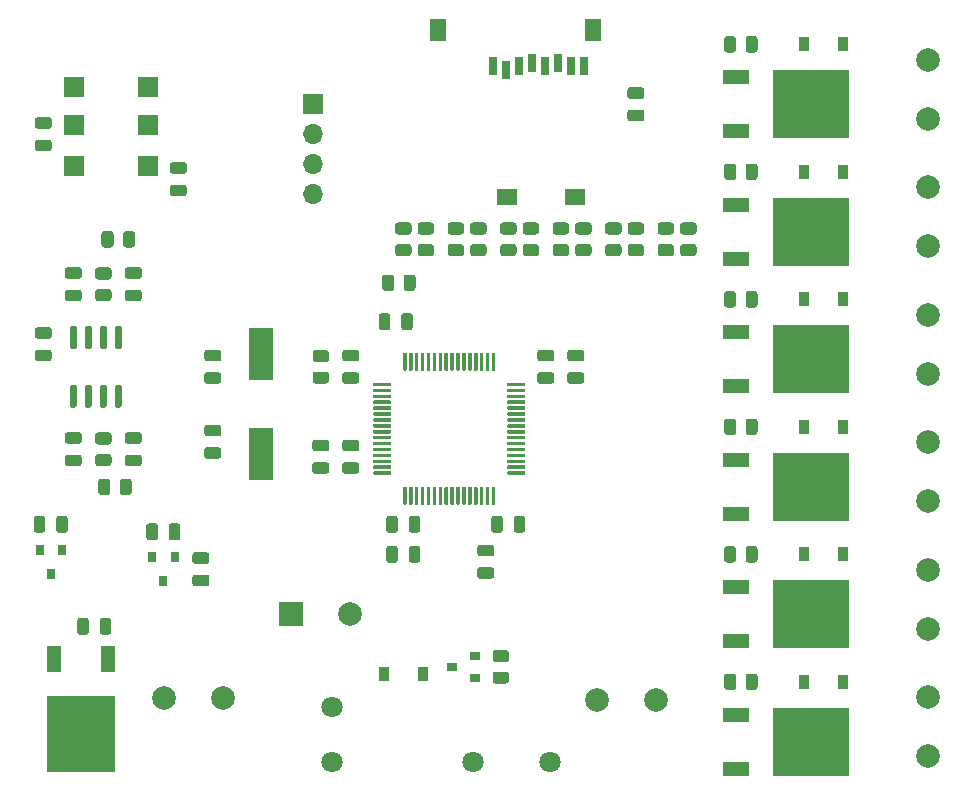
<source format=gts>
G04 #@! TF.GenerationSoftware,KiCad,Pcbnew,5.1.10-88a1d61d58~90~ubuntu20.04.1*
G04 #@! TF.CreationDate,2021-08-15T15:07:41+03:00*
G04 #@! TF.ProjectId,DepremSanat,44657072-656d-4536-916e-61742e6b6963,rev?*
G04 #@! TF.SameCoordinates,Original*
G04 #@! TF.FileFunction,Soldermask,Top*
G04 #@! TF.FilePolarity,Negative*
%FSLAX46Y46*%
G04 Gerber Fmt 4.6, Leading zero omitted, Abs format (unit mm)*
G04 Created by KiCad (PCBNEW 5.1.10-88a1d61d58~90~ubuntu20.04.1) date 2021-08-15 15:07:41*
%MOMM*%
%LPD*%
G01*
G04 APERTURE LIST*
%ADD10R,1.800000X1.400000*%
%ADD11R,1.400000X1.900000*%
%ADD12R,0.800000X1.500000*%
%ADD13R,2.000000X4.500000*%
%ADD14C,1.800000*%
%ADD15R,0.800000X0.900000*%
%ADD16R,5.800000X6.400000*%
%ADD17R,1.200000X2.200000*%
%ADD18R,0.900000X0.800000*%
%ADD19R,6.400000X5.800000*%
%ADD20R,2.200000X1.200000*%
%ADD21C,2.000000*%
%ADD22R,1.800000X1.800000*%
%ADD23O,1.700000X1.700000*%
%ADD24R,1.700000X1.700000*%
%ADD25R,0.900000X1.200000*%
%ADD26R,2.000000X2.000000*%
G04 APERTURE END LIST*
D10*
X147865000Y-71970000D03*
X153565000Y-71970000D03*
D11*
X142015000Y-57820000D03*
X155165000Y-57820000D03*
D12*
X154375000Y-60870000D03*
X153275000Y-60870000D03*
X152175000Y-60670000D03*
X151075000Y-60870000D03*
X149975000Y-60670000D03*
X148875000Y-60870000D03*
X147775000Y-61270000D03*
X146675000Y-60870000D03*
D13*
X127000000Y-93785000D03*
X127000000Y-85285000D03*
D14*
X132990000Y-119825000D03*
X151490000Y-119825000D03*
X144990000Y-119825000D03*
X132990000Y-115125000D03*
D15*
X109220000Y-103870000D03*
X108270000Y-101870000D03*
X110170000Y-101870000D03*
X118745000Y-104505000D03*
X117795000Y-102505000D03*
X119695000Y-102505000D03*
D16*
X111760000Y-117416000D03*
D17*
X109480000Y-111116000D03*
X114040000Y-111116000D03*
G36*
G01*
X111275000Y-84860000D02*
X110975000Y-84860000D01*
G75*
G02*
X110825000Y-84710000I0J150000D01*
G01*
X110825000Y-83060000D01*
G75*
G02*
X110975000Y-82910000I150000J0D01*
G01*
X111275000Y-82910000D01*
G75*
G02*
X111425000Y-83060000I0J-150000D01*
G01*
X111425000Y-84710000D01*
G75*
G02*
X111275000Y-84860000I-150000J0D01*
G01*
G37*
G36*
G01*
X112545000Y-84860000D02*
X112245000Y-84860000D01*
G75*
G02*
X112095000Y-84710000I0J150000D01*
G01*
X112095000Y-83060000D01*
G75*
G02*
X112245000Y-82910000I150000J0D01*
G01*
X112545000Y-82910000D01*
G75*
G02*
X112695000Y-83060000I0J-150000D01*
G01*
X112695000Y-84710000D01*
G75*
G02*
X112545000Y-84860000I-150000J0D01*
G01*
G37*
G36*
G01*
X113815000Y-84860000D02*
X113515000Y-84860000D01*
G75*
G02*
X113365000Y-84710000I0J150000D01*
G01*
X113365000Y-83060000D01*
G75*
G02*
X113515000Y-82910000I150000J0D01*
G01*
X113815000Y-82910000D01*
G75*
G02*
X113965000Y-83060000I0J-150000D01*
G01*
X113965000Y-84710000D01*
G75*
G02*
X113815000Y-84860000I-150000J0D01*
G01*
G37*
G36*
G01*
X115085000Y-84860000D02*
X114785000Y-84860000D01*
G75*
G02*
X114635000Y-84710000I0J150000D01*
G01*
X114635000Y-83060000D01*
G75*
G02*
X114785000Y-82910000I150000J0D01*
G01*
X115085000Y-82910000D01*
G75*
G02*
X115235000Y-83060000I0J-150000D01*
G01*
X115235000Y-84710000D01*
G75*
G02*
X115085000Y-84860000I-150000J0D01*
G01*
G37*
G36*
G01*
X115085000Y-89810000D02*
X114785000Y-89810000D01*
G75*
G02*
X114635000Y-89660000I0J150000D01*
G01*
X114635000Y-88010000D01*
G75*
G02*
X114785000Y-87860000I150000J0D01*
G01*
X115085000Y-87860000D01*
G75*
G02*
X115235000Y-88010000I0J-150000D01*
G01*
X115235000Y-89660000D01*
G75*
G02*
X115085000Y-89810000I-150000J0D01*
G01*
G37*
G36*
G01*
X113815000Y-89810000D02*
X113515000Y-89810000D01*
G75*
G02*
X113365000Y-89660000I0J150000D01*
G01*
X113365000Y-88010000D01*
G75*
G02*
X113515000Y-87860000I150000J0D01*
G01*
X113815000Y-87860000D01*
G75*
G02*
X113965000Y-88010000I0J-150000D01*
G01*
X113965000Y-89660000D01*
G75*
G02*
X113815000Y-89810000I-150000J0D01*
G01*
G37*
G36*
G01*
X112545000Y-89810000D02*
X112245000Y-89810000D01*
G75*
G02*
X112095000Y-89660000I0J150000D01*
G01*
X112095000Y-88010000D01*
G75*
G02*
X112245000Y-87860000I150000J0D01*
G01*
X112545000Y-87860000D01*
G75*
G02*
X112695000Y-88010000I0J-150000D01*
G01*
X112695000Y-89660000D01*
G75*
G02*
X112545000Y-89810000I-150000J0D01*
G01*
G37*
G36*
G01*
X111275000Y-89810000D02*
X110975000Y-89810000D01*
G75*
G02*
X110825000Y-89660000I0J150000D01*
G01*
X110825000Y-88010000D01*
G75*
G02*
X110975000Y-87860000I150000J0D01*
G01*
X111275000Y-87860000D01*
G75*
G02*
X111425000Y-88010000I0J-150000D01*
G01*
X111425000Y-89660000D01*
G75*
G02*
X111275000Y-89810000I-150000J0D01*
G01*
G37*
G36*
G01*
X139050000Y-86635000D02*
X139050000Y-85235000D01*
G75*
G02*
X139125000Y-85160000I75000J0D01*
G01*
X139275000Y-85160000D01*
G75*
G02*
X139350000Y-85235000I0J-75000D01*
G01*
X139350000Y-86635000D01*
G75*
G02*
X139275000Y-86710000I-75000J0D01*
G01*
X139125000Y-86710000D01*
G75*
G02*
X139050000Y-86635000I0J75000D01*
G01*
G37*
G36*
G01*
X139550000Y-86635000D02*
X139550000Y-85235000D01*
G75*
G02*
X139625000Y-85160000I75000J0D01*
G01*
X139775000Y-85160000D01*
G75*
G02*
X139850000Y-85235000I0J-75000D01*
G01*
X139850000Y-86635000D01*
G75*
G02*
X139775000Y-86710000I-75000J0D01*
G01*
X139625000Y-86710000D01*
G75*
G02*
X139550000Y-86635000I0J75000D01*
G01*
G37*
G36*
G01*
X140050000Y-86635000D02*
X140050000Y-85235000D01*
G75*
G02*
X140125000Y-85160000I75000J0D01*
G01*
X140275000Y-85160000D01*
G75*
G02*
X140350000Y-85235000I0J-75000D01*
G01*
X140350000Y-86635000D01*
G75*
G02*
X140275000Y-86710000I-75000J0D01*
G01*
X140125000Y-86710000D01*
G75*
G02*
X140050000Y-86635000I0J75000D01*
G01*
G37*
G36*
G01*
X140550000Y-86635000D02*
X140550000Y-85235000D01*
G75*
G02*
X140625000Y-85160000I75000J0D01*
G01*
X140775000Y-85160000D01*
G75*
G02*
X140850000Y-85235000I0J-75000D01*
G01*
X140850000Y-86635000D01*
G75*
G02*
X140775000Y-86710000I-75000J0D01*
G01*
X140625000Y-86710000D01*
G75*
G02*
X140550000Y-86635000I0J75000D01*
G01*
G37*
G36*
G01*
X141050000Y-86635000D02*
X141050000Y-85235000D01*
G75*
G02*
X141125000Y-85160000I75000J0D01*
G01*
X141275000Y-85160000D01*
G75*
G02*
X141350000Y-85235000I0J-75000D01*
G01*
X141350000Y-86635000D01*
G75*
G02*
X141275000Y-86710000I-75000J0D01*
G01*
X141125000Y-86710000D01*
G75*
G02*
X141050000Y-86635000I0J75000D01*
G01*
G37*
G36*
G01*
X141550000Y-86635000D02*
X141550000Y-85235000D01*
G75*
G02*
X141625000Y-85160000I75000J0D01*
G01*
X141775000Y-85160000D01*
G75*
G02*
X141850000Y-85235000I0J-75000D01*
G01*
X141850000Y-86635000D01*
G75*
G02*
X141775000Y-86710000I-75000J0D01*
G01*
X141625000Y-86710000D01*
G75*
G02*
X141550000Y-86635000I0J75000D01*
G01*
G37*
G36*
G01*
X142050000Y-86635000D02*
X142050000Y-85235000D01*
G75*
G02*
X142125000Y-85160000I75000J0D01*
G01*
X142275000Y-85160000D01*
G75*
G02*
X142350000Y-85235000I0J-75000D01*
G01*
X142350000Y-86635000D01*
G75*
G02*
X142275000Y-86710000I-75000J0D01*
G01*
X142125000Y-86710000D01*
G75*
G02*
X142050000Y-86635000I0J75000D01*
G01*
G37*
G36*
G01*
X142550000Y-86635000D02*
X142550000Y-85235000D01*
G75*
G02*
X142625000Y-85160000I75000J0D01*
G01*
X142775000Y-85160000D01*
G75*
G02*
X142850000Y-85235000I0J-75000D01*
G01*
X142850000Y-86635000D01*
G75*
G02*
X142775000Y-86710000I-75000J0D01*
G01*
X142625000Y-86710000D01*
G75*
G02*
X142550000Y-86635000I0J75000D01*
G01*
G37*
G36*
G01*
X143050000Y-86635000D02*
X143050000Y-85235000D01*
G75*
G02*
X143125000Y-85160000I75000J0D01*
G01*
X143275000Y-85160000D01*
G75*
G02*
X143350000Y-85235000I0J-75000D01*
G01*
X143350000Y-86635000D01*
G75*
G02*
X143275000Y-86710000I-75000J0D01*
G01*
X143125000Y-86710000D01*
G75*
G02*
X143050000Y-86635000I0J75000D01*
G01*
G37*
G36*
G01*
X143550000Y-86635000D02*
X143550000Y-85235000D01*
G75*
G02*
X143625000Y-85160000I75000J0D01*
G01*
X143775000Y-85160000D01*
G75*
G02*
X143850000Y-85235000I0J-75000D01*
G01*
X143850000Y-86635000D01*
G75*
G02*
X143775000Y-86710000I-75000J0D01*
G01*
X143625000Y-86710000D01*
G75*
G02*
X143550000Y-86635000I0J75000D01*
G01*
G37*
G36*
G01*
X144050000Y-86635000D02*
X144050000Y-85235000D01*
G75*
G02*
X144125000Y-85160000I75000J0D01*
G01*
X144275000Y-85160000D01*
G75*
G02*
X144350000Y-85235000I0J-75000D01*
G01*
X144350000Y-86635000D01*
G75*
G02*
X144275000Y-86710000I-75000J0D01*
G01*
X144125000Y-86710000D01*
G75*
G02*
X144050000Y-86635000I0J75000D01*
G01*
G37*
G36*
G01*
X144550000Y-86635000D02*
X144550000Y-85235000D01*
G75*
G02*
X144625000Y-85160000I75000J0D01*
G01*
X144775000Y-85160000D01*
G75*
G02*
X144850000Y-85235000I0J-75000D01*
G01*
X144850000Y-86635000D01*
G75*
G02*
X144775000Y-86710000I-75000J0D01*
G01*
X144625000Y-86710000D01*
G75*
G02*
X144550000Y-86635000I0J75000D01*
G01*
G37*
G36*
G01*
X145050000Y-86635000D02*
X145050000Y-85235000D01*
G75*
G02*
X145125000Y-85160000I75000J0D01*
G01*
X145275000Y-85160000D01*
G75*
G02*
X145350000Y-85235000I0J-75000D01*
G01*
X145350000Y-86635000D01*
G75*
G02*
X145275000Y-86710000I-75000J0D01*
G01*
X145125000Y-86710000D01*
G75*
G02*
X145050000Y-86635000I0J75000D01*
G01*
G37*
G36*
G01*
X145550000Y-86635000D02*
X145550000Y-85235000D01*
G75*
G02*
X145625000Y-85160000I75000J0D01*
G01*
X145775000Y-85160000D01*
G75*
G02*
X145850000Y-85235000I0J-75000D01*
G01*
X145850000Y-86635000D01*
G75*
G02*
X145775000Y-86710000I-75000J0D01*
G01*
X145625000Y-86710000D01*
G75*
G02*
X145550000Y-86635000I0J75000D01*
G01*
G37*
G36*
G01*
X146050000Y-86635000D02*
X146050000Y-85235000D01*
G75*
G02*
X146125000Y-85160000I75000J0D01*
G01*
X146275000Y-85160000D01*
G75*
G02*
X146350000Y-85235000I0J-75000D01*
G01*
X146350000Y-86635000D01*
G75*
G02*
X146275000Y-86710000I-75000J0D01*
G01*
X146125000Y-86710000D01*
G75*
G02*
X146050000Y-86635000I0J75000D01*
G01*
G37*
G36*
G01*
X146550000Y-86635000D02*
X146550000Y-85235000D01*
G75*
G02*
X146625000Y-85160000I75000J0D01*
G01*
X146775000Y-85160000D01*
G75*
G02*
X146850000Y-85235000I0J-75000D01*
G01*
X146850000Y-86635000D01*
G75*
G02*
X146775000Y-86710000I-75000J0D01*
G01*
X146625000Y-86710000D01*
G75*
G02*
X146550000Y-86635000I0J75000D01*
G01*
G37*
G36*
G01*
X147850000Y-87935000D02*
X147850000Y-87785000D01*
G75*
G02*
X147925000Y-87710000I75000J0D01*
G01*
X149325000Y-87710000D01*
G75*
G02*
X149400000Y-87785000I0J-75000D01*
G01*
X149400000Y-87935000D01*
G75*
G02*
X149325000Y-88010000I-75000J0D01*
G01*
X147925000Y-88010000D01*
G75*
G02*
X147850000Y-87935000I0J75000D01*
G01*
G37*
G36*
G01*
X147850000Y-88435000D02*
X147850000Y-88285000D01*
G75*
G02*
X147925000Y-88210000I75000J0D01*
G01*
X149325000Y-88210000D01*
G75*
G02*
X149400000Y-88285000I0J-75000D01*
G01*
X149400000Y-88435000D01*
G75*
G02*
X149325000Y-88510000I-75000J0D01*
G01*
X147925000Y-88510000D01*
G75*
G02*
X147850000Y-88435000I0J75000D01*
G01*
G37*
G36*
G01*
X147850000Y-88935000D02*
X147850000Y-88785000D01*
G75*
G02*
X147925000Y-88710000I75000J0D01*
G01*
X149325000Y-88710000D01*
G75*
G02*
X149400000Y-88785000I0J-75000D01*
G01*
X149400000Y-88935000D01*
G75*
G02*
X149325000Y-89010000I-75000J0D01*
G01*
X147925000Y-89010000D01*
G75*
G02*
X147850000Y-88935000I0J75000D01*
G01*
G37*
G36*
G01*
X147850000Y-89435000D02*
X147850000Y-89285000D01*
G75*
G02*
X147925000Y-89210000I75000J0D01*
G01*
X149325000Y-89210000D01*
G75*
G02*
X149400000Y-89285000I0J-75000D01*
G01*
X149400000Y-89435000D01*
G75*
G02*
X149325000Y-89510000I-75000J0D01*
G01*
X147925000Y-89510000D01*
G75*
G02*
X147850000Y-89435000I0J75000D01*
G01*
G37*
G36*
G01*
X147850000Y-89935000D02*
X147850000Y-89785000D01*
G75*
G02*
X147925000Y-89710000I75000J0D01*
G01*
X149325000Y-89710000D01*
G75*
G02*
X149400000Y-89785000I0J-75000D01*
G01*
X149400000Y-89935000D01*
G75*
G02*
X149325000Y-90010000I-75000J0D01*
G01*
X147925000Y-90010000D01*
G75*
G02*
X147850000Y-89935000I0J75000D01*
G01*
G37*
G36*
G01*
X147850000Y-90435000D02*
X147850000Y-90285000D01*
G75*
G02*
X147925000Y-90210000I75000J0D01*
G01*
X149325000Y-90210000D01*
G75*
G02*
X149400000Y-90285000I0J-75000D01*
G01*
X149400000Y-90435000D01*
G75*
G02*
X149325000Y-90510000I-75000J0D01*
G01*
X147925000Y-90510000D01*
G75*
G02*
X147850000Y-90435000I0J75000D01*
G01*
G37*
G36*
G01*
X147850000Y-90935000D02*
X147850000Y-90785000D01*
G75*
G02*
X147925000Y-90710000I75000J0D01*
G01*
X149325000Y-90710000D01*
G75*
G02*
X149400000Y-90785000I0J-75000D01*
G01*
X149400000Y-90935000D01*
G75*
G02*
X149325000Y-91010000I-75000J0D01*
G01*
X147925000Y-91010000D01*
G75*
G02*
X147850000Y-90935000I0J75000D01*
G01*
G37*
G36*
G01*
X147850000Y-91435000D02*
X147850000Y-91285000D01*
G75*
G02*
X147925000Y-91210000I75000J0D01*
G01*
X149325000Y-91210000D01*
G75*
G02*
X149400000Y-91285000I0J-75000D01*
G01*
X149400000Y-91435000D01*
G75*
G02*
X149325000Y-91510000I-75000J0D01*
G01*
X147925000Y-91510000D01*
G75*
G02*
X147850000Y-91435000I0J75000D01*
G01*
G37*
G36*
G01*
X147850000Y-91935000D02*
X147850000Y-91785000D01*
G75*
G02*
X147925000Y-91710000I75000J0D01*
G01*
X149325000Y-91710000D01*
G75*
G02*
X149400000Y-91785000I0J-75000D01*
G01*
X149400000Y-91935000D01*
G75*
G02*
X149325000Y-92010000I-75000J0D01*
G01*
X147925000Y-92010000D01*
G75*
G02*
X147850000Y-91935000I0J75000D01*
G01*
G37*
G36*
G01*
X147850000Y-92435000D02*
X147850000Y-92285000D01*
G75*
G02*
X147925000Y-92210000I75000J0D01*
G01*
X149325000Y-92210000D01*
G75*
G02*
X149400000Y-92285000I0J-75000D01*
G01*
X149400000Y-92435000D01*
G75*
G02*
X149325000Y-92510000I-75000J0D01*
G01*
X147925000Y-92510000D01*
G75*
G02*
X147850000Y-92435000I0J75000D01*
G01*
G37*
G36*
G01*
X147850000Y-92935000D02*
X147850000Y-92785000D01*
G75*
G02*
X147925000Y-92710000I75000J0D01*
G01*
X149325000Y-92710000D01*
G75*
G02*
X149400000Y-92785000I0J-75000D01*
G01*
X149400000Y-92935000D01*
G75*
G02*
X149325000Y-93010000I-75000J0D01*
G01*
X147925000Y-93010000D01*
G75*
G02*
X147850000Y-92935000I0J75000D01*
G01*
G37*
G36*
G01*
X147850000Y-93435000D02*
X147850000Y-93285000D01*
G75*
G02*
X147925000Y-93210000I75000J0D01*
G01*
X149325000Y-93210000D01*
G75*
G02*
X149400000Y-93285000I0J-75000D01*
G01*
X149400000Y-93435000D01*
G75*
G02*
X149325000Y-93510000I-75000J0D01*
G01*
X147925000Y-93510000D01*
G75*
G02*
X147850000Y-93435000I0J75000D01*
G01*
G37*
G36*
G01*
X147850000Y-93935000D02*
X147850000Y-93785000D01*
G75*
G02*
X147925000Y-93710000I75000J0D01*
G01*
X149325000Y-93710000D01*
G75*
G02*
X149400000Y-93785000I0J-75000D01*
G01*
X149400000Y-93935000D01*
G75*
G02*
X149325000Y-94010000I-75000J0D01*
G01*
X147925000Y-94010000D01*
G75*
G02*
X147850000Y-93935000I0J75000D01*
G01*
G37*
G36*
G01*
X147850000Y-94435000D02*
X147850000Y-94285000D01*
G75*
G02*
X147925000Y-94210000I75000J0D01*
G01*
X149325000Y-94210000D01*
G75*
G02*
X149400000Y-94285000I0J-75000D01*
G01*
X149400000Y-94435000D01*
G75*
G02*
X149325000Y-94510000I-75000J0D01*
G01*
X147925000Y-94510000D01*
G75*
G02*
X147850000Y-94435000I0J75000D01*
G01*
G37*
G36*
G01*
X147850000Y-94935000D02*
X147850000Y-94785000D01*
G75*
G02*
X147925000Y-94710000I75000J0D01*
G01*
X149325000Y-94710000D01*
G75*
G02*
X149400000Y-94785000I0J-75000D01*
G01*
X149400000Y-94935000D01*
G75*
G02*
X149325000Y-95010000I-75000J0D01*
G01*
X147925000Y-95010000D01*
G75*
G02*
X147850000Y-94935000I0J75000D01*
G01*
G37*
G36*
G01*
X147850000Y-95435000D02*
X147850000Y-95285000D01*
G75*
G02*
X147925000Y-95210000I75000J0D01*
G01*
X149325000Y-95210000D01*
G75*
G02*
X149400000Y-95285000I0J-75000D01*
G01*
X149400000Y-95435000D01*
G75*
G02*
X149325000Y-95510000I-75000J0D01*
G01*
X147925000Y-95510000D01*
G75*
G02*
X147850000Y-95435000I0J75000D01*
G01*
G37*
G36*
G01*
X146550000Y-97985000D02*
X146550000Y-96585000D01*
G75*
G02*
X146625000Y-96510000I75000J0D01*
G01*
X146775000Y-96510000D01*
G75*
G02*
X146850000Y-96585000I0J-75000D01*
G01*
X146850000Y-97985000D01*
G75*
G02*
X146775000Y-98060000I-75000J0D01*
G01*
X146625000Y-98060000D01*
G75*
G02*
X146550000Y-97985000I0J75000D01*
G01*
G37*
G36*
G01*
X146050000Y-97985000D02*
X146050000Y-96585000D01*
G75*
G02*
X146125000Y-96510000I75000J0D01*
G01*
X146275000Y-96510000D01*
G75*
G02*
X146350000Y-96585000I0J-75000D01*
G01*
X146350000Y-97985000D01*
G75*
G02*
X146275000Y-98060000I-75000J0D01*
G01*
X146125000Y-98060000D01*
G75*
G02*
X146050000Y-97985000I0J75000D01*
G01*
G37*
G36*
G01*
X145550000Y-97985000D02*
X145550000Y-96585000D01*
G75*
G02*
X145625000Y-96510000I75000J0D01*
G01*
X145775000Y-96510000D01*
G75*
G02*
X145850000Y-96585000I0J-75000D01*
G01*
X145850000Y-97985000D01*
G75*
G02*
X145775000Y-98060000I-75000J0D01*
G01*
X145625000Y-98060000D01*
G75*
G02*
X145550000Y-97985000I0J75000D01*
G01*
G37*
G36*
G01*
X145050000Y-97985000D02*
X145050000Y-96585000D01*
G75*
G02*
X145125000Y-96510000I75000J0D01*
G01*
X145275000Y-96510000D01*
G75*
G02*
X145350000Y-96585000I0J-75000D01*
G01*
X145350000Y-97985000D01*
G75*
G02*
X145275000Y-98060000I-75000J0D01*
G01*
X145125000Y-98060000D01*
G75*
G02*
X145050000Y-97985000I0J75000D01*
G01*
G37*
G36*
G01*
X144550000Y-97985000D02*
X144550000Y-96585000D01*
G75*
G02*
X144625000Y-96510000I75000J0D01*
G01*
X144775000Y-96510000D01*
G75*
G02*
X144850000Y-96585000I0J-75000D01*
G01*
X144850000Y-97985000D01*
G75*
G02*
X144775000Y-98060000I-75000J0D01*
G01*
X144625000Y-98060000D01*
G75*
G02*
X144550000Y-97985000I0J75000D01*
G01*
G37*
G36*
G01*
X144050000Y-97985000D02*
X144050000Y-96585000D01*
G75*
G02*
X144125000Y-96510000I75000J0D01*
G01*
X144275000Y-96510000D01*
G75*
G02*
X144350000Y-96585000I0J-75000D01*
G01*
X144350000Y-97985000D01*
G75*
G02*
X144275000Y-98060000I-75000J0D01*
G01*
X144125000Y-98060000D01*
G75*
G02*
X144050000Y-97985000I0J75000D01*
G01*
G37*
G36*
G01*
X143550000Y-97985000D02*
X143550000Y-96585000D01*
G75*
G02*
X143625000Y-96510000I75000J0D01*
G01*
X143775000Y-96510000D01*
G75*
G02*
X143850000Y-96585000I0J-75000D01*
G01*
X143850000Y-97985000D01*
G75*
G02*
X143775000Y-98060000I-75000J0D01*
G01*
X143625000Y-98060000D01*
G75*
G02*
X143550000Y-97985000I0J75000D01*
G01*
G37*
G36*
G01*
X143050000Y-97985000D02*
X143050000Y-96585000D01*
G75*
G02*
X143125000Y-96510000I75000J0D01*
G01*
X143275000Y-96510000D01*
G75*
G02*
X143350000Y-96585000I0J-75000D01*
G01*
X143350000Y-97985000D01*
G75*
G02*
X143275000Y-98060000I-75000J0D01*
G01*
X143125000Y-98060000D01*
G75*
G02*
X143050000Y-97985000I0J75000D01*
G01*
G37*
G36*
G01*
X142550000Y-97985000D02*
X142550000Y-96585000D01*
G75*
G02*
X142625000Y-96510000I75000J0D01*
G01*
X142775000Y-96510000D01*
G75*
G02*
X142850000Y-96585000I0J-75000D01*
G01*
X142850000Y-97985000D01*
G75*
G02*
X142775000Y-98060000I-75000J0D01*
G01*
X142625000Y-98060000D01*
G75*
G02*
X142550000Y-97985000I0J75000D01*
G01*
G37*
G36*
G01*
X142050000Y-97985000D02*
X142050000Y-96585000D01*
G75*
G02*
X142125000Y-96510000I75000J0D01*
G01*
X142275000Y-96510000D01*
G75*
G02*
X142350000Y-96585000I0J-75000D01*
G01*
X142350000Y-97985000D01*
G75*
G02*
X142275000Y-98060000I-75000J0D01*
G01*
X142125000Y-98060000D01*
G75*
G02*
X142050000Y-97985000I0J75000D01*
G01*
G37*
G36*
G01*
X141550000Y-97985000D02*
X141550000Y-96585000D01*
G75*
G02*
X141625000Y-96510000I75000J0D01*
G01*
X141775000Y-96510000D01*
G75*
G02*
X141850000Y-96585000I0J-75000D01*
G01*
X141850000Y-97985000D01*
G75*
G02*
X141775000Y-98060000I-75000J0D01*
G01*
X141625000Y-98060000D01*
G75*
G02*
X141550000Y-97985000I0J75000D01*
G01*
G37*
G36*
G01*
X141050000Y-97985000D02*
X141050000Y-96585000D01*
G75*
G02*
X141125000Y-96510000I75000J0D01*
G01*
X141275000Y-96510000D01*
G75*
G02*
X141350000Y-96585000I0J-75000D01*
G01*
X141350000Y-97985000D01*
G75*
G02*
X141275000Y-98060000I-75000J0D01*
G01*
X141125000Y-98060000D01*
G75*
G02*
X141050000Y-97985000I0J75000D01*
G01*
G37*
G36*
G01*
X140550000Y-97985000D02*
X140550000Y-96585000D01*
G75*
G02*
X140625000Y-96510000I75000J0D01*
G01*
X140775000Y-96510000D01*
G75*
G02*
X140850000Y-96585000I0J-75000D01*
G01*
X140850000Y-97985000D01*
G75*
G02*
X140775000Y-98060000I-75000J0D01*
G01*
X140625000Y-98060000D01*
G75*
G02*
X140550000Y-97985000I0J75000D01*
G01*
G37*
G36*
G01*
X140050000Y-97985000D02*
X140050000Y-96585000D01*
G75*
G02*
X140125000Y-96510000I75000J0D01*
G01*
X140275000Y-96510000D01*
G75*
G02*
X140350000Y-96585000I0J-75000D01*
G01*
X140350000Y-97985000D01*
G75*
G02*
X140275000Y-98060000I-75000J0D01*
G01*
X140125000Y-98060000D01*
G75*
G02*
X140050000Y-97985000I0J75000D01*
G01*
G37*
G36*
G01*
X139550000Y-97985000D02*
X139550000Y-96585000D01*
G75*
G02*
X139625000Y-96510000I75000J0D01*
G01*
X139775000Y-96510000D01*
G75*
G02*
X139850000Y-96585000I0J-75000D01*
G01*
X139850000Y-97985000D01*
G75*
G02*
X139775000Y-98060000I-75000J0D01*
G01*
X139625000Y-98060000D01*
G75*
G02*
X139550000Y-97985000I0J75000D01*
G01*
G37*
G36*
G01*
X139050000Y-97985000D02*
X139050000Y-96585000D01*
G75*
G02*
X139125000Y-96510000I75000J0D01*
G01*
X139275000Y-96510000D01*
G75*
G02*
X139350000Y-96585000I0J-75000D01*
G01*
X139350000Y-97985000D01*
G75*
G02*
X139275000Y-98060000I-75000J0D01*
G01*
X139125000Y-98060000D01*
G75*
G02*
X139050000Y-97985000I0J75000D01*
G01*
G37*
G36*
G01*
X136500000Y-95435000D02*
X136500000Y-95285000D01*
G75*
G02*
X136575000Y-95210000I75000J0D01*
G01*
X137975000Y-95210000D01*
G75*
G02*
X138050000Y-95285000I0J-75000D01*
G01*
X138050000Y-95435000D01*
G75*
G02*
X137975000Y-95510000I-75000J0D01*
G01*
X136575000Y-95510000D01*
G75*
G02*
X136500000Y-95435000I0J75000D01*
G01*
G37*
G36*
G01*
X136500000Y-94935000D02*
X136500000Y-94785000D01*
G75*
G02*
X136575000Y-94710000I75000J0D01*
G01*
X137975000Y-94710000D01*
G75*
G02*
X138050000Y-94785000I0J-75000D01*
G01*
X138050000Y-94935000D01*
G75*
G02*
X137975000Y-95010000I-75000J0D01*
G01*
X136575000Y-95010000D01*
G75*
G02*
X136500000Y-94935000I0J75000D01*
G01*
G37*
G36*
G01*
X136500000Y-94435000D02*
X136500000Y-94285000D01*
G75*
G02*
X136575000Y-94210000I75000J0D01*
G01*
X137975000Y-94210000D01*
G75*
G02*
X138050000Y-94285000I0J-75000D01*
G01*
X138050000Y-94435000D01*
G75*
G02*
X137975000Y-94510000I-75000J0D01*
G01*
X136575000Y-94510000D01*
G75*
G02*
X136500000Y-94435000I0J75000D01*
G01*
G37*
G36*
G01*
X136500000Y-93935000D02*
X136500000Y-93785000D01*
G75*
G02*
X136575000Y-93710000I75000J0D01*
G01*
X137975000Y-93710000D01*
G75*
G02*
X138050000Y-93785000I0J-75000D01*
G01*
X138050000Y-93935000D01*
G75*
G02*
X137975000Y-94010000I-75000J0D01*
G01*
X136575000Y-94010000D01*
G75*
G02*
X136500000Y-93935000I0J75000D01*
G01*
G37*
G36*
G01*
X136500000Y-93435000D02*
X136500000Y-93285000D01*
G75*
G02*
X136575000Y-93210000I75000J0D01*
G01*
X137975000Y-93210000D01*
G75*
G02*
X138050000Y-93285000I0J-75000D01*
G01*
X138050000Y-93435000D01*
G75*
G02*
X137975000Y-93510000I-75000J0D01*
G01*
X136575000Y-93510000D01*
G75*
G02*
X136500000Y-93435000I0J75000D01*
G01*
G37*
G36*
G01*
X136500000Y-92935000D02*
X136500000Y-92785000D01*
G75*
G02*
X136575000Y-92710000I75000J0D01*
G01*
X137975000Y-92710000D01*
G75*
G02*
X138050000Y-92785000I0J-75000D01*
G01*
X138050000Y-92935000D01*
G75*
G02*
X137975000Y-93010000I-75000J0D01*
G01*
X136575000Y-93010000D01*
G75*
G02*
X136500000Y-92935000I0J75000D01*
G01*
G37*
G36*
G01*
X136500000Y-92435000D02*
X136500000Y-92285000D01*
G75*
G02*
X136575000Y-92210000I75000J0D01*
G01*
X137975000Y-92210000D01*
G75*
G02*
X138050000Y-92285000I0J-75000D01*
G01*
X138050000Y-92435000D01*
G75*
G02*
X137975000Y-92510000I-75000J0D01*
G01*
X136575000Y-92510000D01*
G75*
G02*
X136500000Y-92435000I0J75000D01*
G01*
G37*
G36*
G01*
X136500000Y-91935000D02*
X136500000Y-91785000D01*
G75*
G02*
X136575000Y-91710000I75000J0D01*
G01*
X137975000Y-91710000D01*
G75*
G02*
X138050000Y-91785000I0J-75000D01*
G01*
X138050000Y-91935000D01*
G75*
G02*
X137975000Y-92010000I-75000J0D01*
G01*
X136575000Y-92010000D01*
G75*
G02*
X136500000Y-91935000I0J75000D01*
G01*
G37*
G36*
G01*
X136500000Y-91435000D02*
X136500000Y-91285000D01*
G75*
G02*
X136575000Y-91210000I75000J0D01*
G01*
X137975000Y-91210000D01*
G75*
G02*
X138050000Y-91285000I0J-75000D01*
G01*
X138050000Y-91435000D01*
G75*
G02*
X137975000Y-91510000I-75000J0D01*
G01*
X136575000Y-91510000D01*
G75*
G02*
X136500000Y-91435000I0J75000D01*
G01*
G37*
G36*
G01*
X136500000Y-90935000D02*
X136500000Y-90785000D01*
G75*
G02*
X136575000Y-90710000I75000J0D01*
G01*
X137975000Y-90710000D01*
G75*
G02*
X138050000Y-90785000I0J-75000D01*
G01*
X138050000Y-90935000D01*
G75*
G02*
X137975000Y-91010000I-75000J0D01*
G01*
X136575000Y-91010000D01*
G75*
G02*
X136500000Y-90935000I0J75000D01*
G01*
G37*
G36*
G01*
X136500000Y-90435000D02*
X136500000Y-90285000D01*
G75*
G02*
X136575000Y-90210000I75000J0D01*
G01*
X137975000Y-90210000D01*
G75*
G02*
X138050000Y-90285000I0J-75000D01*
G01*
X138050000Y-90435000D01*
G75*
G02*
X137975000Y-90510000I-75000J0D01*
G01*
X136575000Y-90510000D01*
G75*
G02*
X136500000Y-90435000I0J75000D01*
G01*
G37*
G36*
G01*
X136500000Y-89935000D02*
X136500000Y-89785000D01*
G75*
G02*
X136575000Y-89710000I75000J0D01*
G01*
X137975000Y-89710000D01*
G75*
G02*
X138050000Y-89785000I0J-75000D01*
G01*
X138050000Y-89935000D01*
G75*
G02*
X137975000Y-90010000I-75000J0D01*
G01*
X136575000Y-90010000D01*
G75*
G02*
X136500000Y-89935000I0J75000D01*
G01*
G37*
G36*
G01*
X136500000Y-89435000D02*
X136500000Y-89285000D01*
G75*
G02*
X136575000Y-89210000I75000J0D01*
G01*
X137975000Y-89210000D01*
G75*
G02*
X138050000Y-89285000I0J-75000D01*
G01*
X138050000Y-89435000D01*
G75*
G02*
X137975000Y-89510000I-75000J0D01*
G01*
X136575000Y-89510000D01*
G75*
G02*
X136500000Y-89435000I0J75000D01*
G01*
G37*
G36*
G01*
X136500000Y-88935000D02*
X136500000Y-88785000D01*
G75*
G02*
X136575000Y-88710000I75000J0D01*
G01*
X137975000Y-88710000D01*
G75*
G02*
X138050000Y-88785000I0J-75000D01*
G01*
X138050000Y-88935000D01*
G75*
G02*
X137975000Y-89010000I-75000J0D01*
G01*
X136575000Y-89010000D01*
G75*
G02*
X136500000Y-88935000I0J75000D01*
G01*
G37*
G36*
G01*
X136500000Y-88435000D02*
X136500000Y-88285000D01*
G75*
G02*
X136575000Y-88210000I75000J0D01*
G01*
X137975000Y-88210000D01*
G75*
G02*
X138050000Y-88285000I0J-75000D01*
G01*
X138050000Y-88435000D01*
G75*
G02*
X137975000Y-88510000I-75000J0D01*
G01*
X136575000Y-88510000D01*
G75*
G02*
X136500000Y-88435000I0J75000D01*
G01*
G37*
G36*
G01*
X136500000Y-87935000D02*
X136500000Y-87785000D01*
G75*
G02*
X136575000Y-87710000I75000J0D01*
G01*
X137975000Y-87710000D01*
G75*
G02*
X138050000Y-87785000I0J-75000D01*
G01*
X138050000Y-87935000D01*
G75*
G02*
X137975000Y-88010000I-75000J0D01*
G01*
X136575000Y-88010000D01*
G75*
G02*
X136500000Y-87935000I0J75000D01*
G01*
G37*
G36*
G01*
X147770001Y-111360000D02*
X146869999Y-111360000D01*
G75*
G02*
X146620000Y-111110001I0J249999D01*
G01*
X146620000Y-110584999D01*
G75*
G02*
X146869999Y-110335000I249999J0D01*
G01*
X147770001Y-110335000D01*
G75*
G02*
X148020000Y-110584999I0J-249999D01*
G01*
X148020000Y-111110001D01*
G75*
G02*
X147770001Y-111360000I-249999J0D01*
G01*
G37*
G36*
G01*
X147770001Y-113185000D02*
X146869999Y-113185000D01*
G75*
G02*
X146620000Y-112935001I0J249999D01*
G01*
X146620000Y-112409999D01*
G75*
G02*
X146869999Y-112160000I249999J0D01*
G01*
X147770001Y-112160000D01*
G75*
G02*
X148020000Y-112409999I0J-249999D01*
G01*
X148020000Y-112935001D01*
G75*
G02*
X147770001Y-113185000I-249999J0D01*
G01*
G37*
G36*
G01*
X114115001Y-78975000D02*
X113214999Y-78975000D01*
G75*
G02*
X112965000Y-78725001I0J249999D01*
G01*
X112965000Y-78199999D01*
G75*
G02*
X113214999Y-77950000I249999J0D01*
G01*
X114115001Y-77950000D01*
G75*
G02*
X114365000Y-78199999I0J-249999D01*
G01*
X114365000Y-78725001D01*
G75*
G02*
X114115001Y-78975000I-249999J0D01*
G01*
G37*
G36*
G01*
X114115001Y-80800000D02*
X113214999Y-80800000D01*
G75*
G02*
X112965000Y-80550001I0J249999D01*
G01*
X112965000Y-80024999D01*
G75*
G02*
X113214999Y-79775000I249999J0D01*
G01*
X114115001Y-79775000D01*
G75*
G02*
X114365000Y-80024999I0J-249999D01*
G01*
X114365000Y-80550001D01*
G75*
G02*
X114115001Y-80800000I-249999J0D01*
G01*
G37*
G36*
G01*
X113214999Y-93745000D02*
X114115001Y-93745000D01*
G75*
G02*
X114365000Y-93994999I0J-249999D01*
G01*
X114365000Y-94520001D01*
G75*
G02*
X114115001Y-94770000I-249999J0D01*
G01*
X113214999Y-94770000D01*
G75*
G02*
X112965000Y-94520001I0J249999D01*
G01*
X112965000Y-93994999D01*
G75*
G02*
X113214999Y-93745000I249999J0D01*
G01*
G37*
G36*
G01*
X113214999Y-91920000D02*
X114115001Y-91920000D01*
G75*
G02*
X114365000Y-92169999I0J-249999D01*
G01*
X114365000Y-92695001D01*
G75*
G02*
X114115001Y-92945000I-249999J0D01*
G01*
X113214999Y-92945000D01*
G75*
G02*
X112965000Y-92695001I0J249999D01*
G01*
X112965000Y-92169999D01*
G75*
G02*
X113214999Y-91920000I249999J0D01*
G01*
G37*
G36*
G01*
X115335000Y-76015001D02*
X115335000Y-75114999D01*
G75*
G02*
X115584999Y-74865000I249999J0D01*
G01*
X116110001Y-74865000D01*
G75*
G02*
X116360000Y-75114999I0J-249999D01*
G01*
X116360000Y-76015001D01*
G75*
G02*
X116110001Y-76265000I-249999J0D01*
G01*
X115584999Y-76265000D01*
G75*
G02*
X115335000Y-76015001I0J249999D01*
G01*
G37*
G36*
G01*
X113510000Y-76015001D02*
X113510000Y-75114999D01*
G75*
G02*
X113759999Y-74865000I249999J0D01*
G01*
X114285001Y-74865000D01*
G75*
G02*
X114535000Y-75114999I0J-249999D01*
G01*
X114535000Y-76015001D01*
G75*
G02*
X114285001Y-76265000I-249999J0D01*
G01*
X113759999Y-76265000D01*
G75*
G02*
X113510000Y-76015001I0J249999D01*
G01*
G37*
G36*
G01*
X115057500Y-96970001D02*
X115057500Y-96069999D01*
G75*
G02*
X115307499Y-95820000I249999J0D01*
G01*
X115832501Y-95820000D01*
G75*
G02*
X116082500Y-96069999I0J-249999D01*
G01*
X116082500Y-96970001D01*
G75*
G02*
X115832501Y-97220000I-249999J0D01*
G01*
X115307499Y-97220000D01*
G75*
G02*
X115057500Y-96970001I0J249999D01*
G01*
G37*
G36*
G01*
X113232500Y-96970001D02*
X113232500Y-96069999D01*
G75*
G02*
X113482499Y-95820000I249999J0D01*
G01*
X114007501Y-95820000D01*
G75*
G02*
X114257500Y-96069999I0J-249999D01*
G01*
X114257500Y-96970001D01*
G75*
G02*
X114007501Y-97220000I-249999J0D01*
G01*
X113482499Y-97220000D01*
G75*
G02*
X113232500Y-96970001I0J249999D01*
G01*
G37*
G36*
G01*
X160839999Y-75965000D02*
X161740001Y-75965000D01*
G75*
G02*
X161990000Y-76214999I0J-249999D01*
G01*
X161990000Y-76740001D01*
G75*
G02*
X161740001Y-76990000I-249999J0D01*
G01*
X160839999Y-76990000D01*
G75*
G02*
X160590000Y-76740001I0J249999D01*
G01*
X160590000Y-76214999D01*
G75*
G02*
X160839999Y-75965000I249999J0D01*
G01*
G37*
G36*
G01*
X160839999Y-74140000D02*
X161740001Y-74140000D01*
G75*
G02*
X161990000Y-74389999I0J-249999D01*
G01*
X161990000Y-74915001D01*
G75*
G02*
X161740001Y-75165000I-249999J0D01*
G01*
X160839999Y-75165000D01*
G75*
G02*
X160590000Y-74915001I0J249999D01*
G01*
X160590000Y-74389999D01*
G75*
G02*
X160839999Y-74140000I249999J0D01*
G01*
G37*
G36*
G01*
X156394999Y-75965000D02*
X157295001Y-75965000D01*
G75*
G02*
X157545000Y-76214999I0J-249999D01*
G01*
X157545000Y-76740001D01*
G75*
G02*
X157295001Y-76990000I-249999J0D01*
G01*
X156394999Y-76990000D01*
G75*
G02*
X156145000Y-76740001I0J249999D01*
G01*
X156145000Y-76214999D01*
G75*
G02*
X156394999Y-75965000I249999J0D01*
G01*
G37*
G36*
G01*
X156394999Y-74140000D02*
X157295001Y-74140000D01*
G75*
G02*
X157545000Y-74389999I0J-249999D01*
G01*
X157545000Y-74915001D01*
G75*
G02*
X157295001Y-75165000I-249999J0D01*
G01*
X156394999Y-75165000D01*
G75*
G02*
X156145000Y-74915001I0J249999D01*
G01*
X156145000Y-74389999D01*
G75*
G02*
X156394999Y-74140000I249999J0D01*
G01*
G37*
G36*
G01*
X151949999Y-75965000D02*
X152850001Y-75965000D01*
G75*
G02*
X153100000Y-76214999I0J-249999D01*
G01*
X153100000Y-76740001D01*
G75*
G02*
X152850001Y-76990000I-249999J0D01*
G01*
X151949999Y-76990000D01*
G75*
G02*
X151700000Y-76740001I0J249999D01*
G01*
X151700000Y-76214999D01*
G75*
G02*
X151949999Y-75965000I249999J0D01*
G01*
G37*
G36*
G01*
X151949999Y-74140000D02*
X152850001Y-74140000D01*
G75*
G02*
X153100000Y-74389999I0J-249999D01*
G01*
X153100000Y-74915001D01*
G75*
G02*
X152850001Y-75165000I-249999J0D01*
G01*
X151949999Y-75165000D01*
G75*
G02*
X151700000Y-74915001I0J249999D01*
G01*
X151700000Y-74389999D01*
G75*
G02*
X151949999Y-74140000I249999J0D01*
G01*
G37*
G36*
G01*
X147504999Y-75965000D02*
X148405001Y-75965000D01*
G75*
G02*
X148655000Y-76214999I0J-249999D01*
G01*
X148655000Y-76740001D01*
G75*
G02*
X148405001Y-76990000I-249999J0D01*
G01*
X147504999Y-76990000D01*
G75*
G02*
X147255000Y-76740001I0J249999D01*
G01*
X147255000Y-76214999D01*
G75*
G02*
X147504999Y-75965000I249999J0D01*
G01*
G37*
G36*
G01*
X147504999Y-74140000D02*
X148405001Y-74140000D01*
G75*
G02*
X148655000Y-74389999I0J-249999D01*
G01*
X148655000Y-74915001D01*
G75*
G02*
X148405001Y-75165000I-249999J0D01*
G01*
X147504999Y-75165000D01*
G75*
G02*
X147255000Y-74915001I0J249999D01*
G01*
X147255000Y-74389999D01*
G75*
G02*
X147504999Y-74140000I249999J0D01*
G01*
G37*
G36*
G01*
X144964999Y-75965000D02*
X145865001Y-75965000D01*
G75*
G02*
X146115000Y-76214999I0J-249999D01*
G01*
X146115000Y-76740001D01*
G75*
G02*
X145865001Y-76990000I-249999J0D01*
G01*
X144964999Y-76990000D01*
G75*
G02*
X144715000Y-76740001I0J249999D01*
G01*
X144715000Y-76214999D01*
G75*
G02*
X144964999Y-75965000I249999J0D01*
G01*
G37*
G36*
G01*
X144964999Y-74140000D02*
X145865001Y-74140000D01*
G75*
G02*
X146115000Y-74389999I0J-249999D01*
G01*
X146115000Y-74915001D01*
G75*
G02*
X145865001Y-75165000I-249999J0D01*
G01*
X144964999Y-75165000D01*
G75*
G02*
X144715000Y-74915001I0J249999D01*
G01*
X144715000Y-74389999D01*
G75*
G02*
X144964999Y-74140000I249999J0D01*
G01*
G37*
G36*
G01*
X140519999Y-75965000D02*
X141420001Y-75965000D01*
G75*
G02*
X141670000Y-76214999I0J-249999D01*
G01*
X141670000Y-76740001D01*
G75*
G02*
X141420001Y-76990000I-249999J0D01*
G01*
X140519999Y-76990000D01*
G75*
G02*
X140270000Y-76740001I0J249999D01*
G01*
X140270000Y-76214999D01*
G75*
G02*
X140519999Y-75965000I249999J0D01*
G01*
G37*
G36*
G01*
X140519999Y-74140000D02*
X141420001Y-74140000D01*
G75*
G02*
X141670000Y-74389999I0J-249999D01*
G01*
X141670000Y-74915001D01*
G75*
G02*
X141420001Y-75165000I-249999J0D01*
G01*
X140519999Y-75165000D01*
G75*
G02*
X140270000Y-74915001I0J249999D01*
G01*
X140270000Y-74389999D01*
G75*
G02*
X140519999Y-74140000I249999J0D01*
G01*
G37*
G36*
G01*
X139515001Y-75165000D02*
X138614999Y-75165000D01*
G75*
G02*
X138365000Y-74915001I0J249999D01*
G01*
X138365000Y-74389999D01*
G75*
G02*
X138614999Y-74140000I249999J0D01*
G01*
X139515001Y-74140000D01*
G75*
G02*
X139765000Y-74389999I0J-249999D01*
G01*
X139765000Y-74915001D01*
G75*
G02*
X139515001Y-75165000I-249999J0D01*
G01*
G37*
G36*
G01*
X139515001Y-76990000D02*
X138614999Y-76990000D01*
G75*
G02*
X138365000Y-76740001I0J249999D01*
G01*
X138365000Y-76214999D01*
G75*
G02*
X138614999Y-75965000I249999J0D01*
G01*
X139515001Y-75965000D01*
G75*
G02*
X139765000Y-76214999I0J-249999D01*
G01*
X139765000Y-76740001D01*
G75*
G02*
X139515001Y-76990000I-249999J0D01*
G01*
G37*
G36*
G01*
X143960001Y-75165000D02*
X143059999Y-75165000D01*
G75*
G02*
X142810000Y-74915001I0J249999D01*
G01*
X142810000Y-74389999D01*
G75*
G02*
X143059999Y-74140000I249999J0D01*
G01*
X143960001Y-74140000D01*
G75*
G02*
X144210000Y-74389999I0J-249999D01*
G01*
X144210000Y-74915001D01*
G75*
G02*
X143960001Y-75165000I-249999J0D01*
G01*
G37*
G36*
G01*
X143960001Y-76990000D02*
X143059999Y-76990000D01*
G75*
G02*
X142810000Y-76740001I0J249999D01*
G01*
X142810000Y-76214999D01*
G75*
G02*
X143059999Y-75965000I249999J0D01*
G01*
X143960001Y-75965000D01*
G75*
G02*
X144210000Y-76214999I0J-249999D01*
G01*
X144210000Y-76740001D01*
G75*
G02*
X143960001Y-76990000I-249999J0D01*
G01*
G37*
G36*
G01*
X150310001Y-75165000D02*
X149409999Y-75165000D01*
G75*
G02*
X149160000Y-74915001I0J249999D01*
G01*
X149160000Y-74389999D01*
G75*
G02*
X149409999Y-74140000I249999J0D01*
G01*
X150310001Y-74140000D01*
G75*
G02*
X150560000Y-74389999I0J-249999D01*
G01*
X150560000Y-74915001D01*
G75*
G02*
X150310001Y-75165000I-249999J0D01*
G01*
G37*
G36*
G01*
X150310001Y-76990000D02*
X149409999Y-76990000D01*
G75*
G02*
X149160000Y-76740001I0J249999D01*
G01*
X149160000Y-76214999D01*
G75*
G02*
X149409999Y-75965000I249999J0D01*
G01*
X150310001Y-75965000D01*
G75*
G02*
X150560000Y-76214999I0J-249999D01*
G01*
X150560000Y-76740001D01*
G75*
G02*
X150310001Y-76990000I-249999J0D01*
G01*
G37*
G36*
G01*
X154755001Y-75165000D02*
X153854999Y-75165000D01*
G75*
G02*
X153605000Y-74915001I0J249999D01*
G01*
X153605000Y-74389999D01*
G75*
G02*
X153854999Y-74140000I249999J0D01*
G01*
X154755001Y-74140000D01*
G75*
G02*
X155005000Y-74389999I0J-249999D01*
G01*
X155005000Y-74915001D01*
G75*
G02*
X154755001Y-75165000I-249999J0D01*
G01*
G37*
G36*
G01*
X154755001Y-76990000D02*
X153854999Y-76990000D01*
G75*
G02*
X153605000Y-76740001I0J249999D01*
G01*
X153605000Y-76214999D01*
G75*
G02*
X153854999Y-75965000I249999J0D01*
G01*
X154755001Y-75965000D01*
G75*
G02*
X155005000Y-76214999I0J-249999D01*
G01*
X155005000Y-76740001D01*
G75*
G02*
X154755001Y-76990000I-249999J0D01*
G01*
G37*
G36*
G01*
X159200001Y-75165000D02*
X158299999Y-75165000D01*
G75*
G02*
X158050000Y-74915001I0J249999D01*
G01*
X158050000Y-74389999D01*
G75*
G02*
X158299999Y-74140000I249999J0D01*
G01*
X159200001Y-74140000D01*
G75*
G02*
X159450000Y-74389999I0J-249999D01*
G01*
X159450000Y-74915001D01*
G75*
G02*
X159200001Y-75165000I-249999J0D01*
G01*
G37*
G36*
G01*
X159200001Y-76990000D02*
X158299999Y-76990000D01*
G75*
G02*
X158050000Y-76740001I0J249999D01*
G01*
X158050000Y-76214999D01*
G75*
G02*
X158299999Y-75965000I249999J0D01*
G01*
X159200001Y-75965000D01*
G75*
G02*
X159450000Y-76214999I0J-249999D01*
G01*
X159450000Y-76740001D01*
G75*
G02*
X159200001Y-76990000I-249999J0D01*
G01*
G37*
G36*
G01*
X163645001Y-75165000D02*
X162744999Y-75165000D01*
G75*
G02*
X162495000Y-74915001I0J249999D01*
G01*
X162495000Y-74389999D01*
G75*
G02*
X162744999Y-74140000I249999J0D01*
G01*
X163645001Y-74140000D01*
G75*
G02*
X163895000Y-74389999I0J-249999D01*
G01*
X163895000Y-74915001D01*
G75*
G02*
X163645001Y-75165000I-249999J0D01*
G01*
G37*
G36*
G01*
X163645001Y-76990000D02*
X162744999Y-76990000D01*
G75*
G02*
X162495000Y-76740001I0J249999D01*
G01*
X162495000Y-76214999D01*
G75*
G02*
X162744999Y-75965000I249999J0D01*
G01*
X163645001Y-75965000D01*
G75*
G02*
X163895000Y-76214999I0J-249999D01*
G01*
X163895000Y-76740001D01*
G75*
G02*
X163645001Y-76990000I-249999J0D01*
G01*
G37*
G36*
G01*
X168040000Y-113480001D02*
X168040000Y-112579999D01*
G75*
G02*
X168289999Y-112330000I249999J0D01*
G01*
X168815001Y-112330000D01*
G75*
G02*
X169065000Y-112579999I0J-249999D01*
G01*
X169065000Y-113480001D01*
G75*
G02*
X168815001Y-113730000I-249999J0D01*
G01*
X168289999Y-113730000D01*
G75*
G02*
X168040000Y-113480001I0J249999D01*
G01*
G37*
G36*
G01*
X166215000Y-113480001D02*
X166215000Y-112579999D01*
G75*
G02*
X166464999Y-112330000I249999J0D01*
G01*
X166990001Y-112330000D01*
G75*
G02*
X167240000Y-112579999I0J-249999D01*
G01*
X167240000Y-113480001D01*
G75*
G02*
X166990001Y-113730000I-249999J0D01*
G01*
X166464999Y-113730000D01*
G75*
G02*
X166215000Y-113480001I0J249999D01*
G01*
G37*
G36*
G01*
X168040000Y-102685001D02*
X168040000Y-101784999D01*
G75*
G02*
X168289999Y-101535000I249999J0D01*
G01*
X168815001Y-101535000D01*
G75*
G02*
X169065000Y-101784999I0J-249999D01*
G01*
X169065000Y-102685001D01*
G75*
G02*
X168815001Y-102935000I-249999J0D01*
G01*
X168289999Y-102935000D01*
G75*
G02*
X168040000Y-102685001I0J249999D01*
G01*
G37*
G36*
G01*
X166215000Y-102685001D02*
X166215000Y-101784999D01*
G75*
G02*
X166464999Y-101535000I249999J0D01*
G01*
X166990001Y-101535000D01*
G75*
G02*
X167240000Y-101784999I0J-249999D01*
G01*
X167240000Y-102685001D01*
G75*
G02*
X166990001Y-102935000I-249999J0D01*
G01*
X166464999Y-102935000D01*
G75*
G02*
X166215000Y-102685001I0J249999D01*
G01*
G37*
G36*
G01*
X168040000Y-91890001D02*
X168040000Y-90989999D01*
G75*
G02*
X168289999Y-90740000I249999J0D01*
G01*
X168815001Y-90740000D01*
G75*
G02*
X169065000Y-90989999I0J-249999D01*
G01*
X169065000Y-91890001D01*
G75*
G02*
X168815001Y-92140000I-249999J0D01*
G01*
X168289999Y-92140000D01*
G75*
G02*
X168040000Y-91890001I0J249999D01*
G01*
G37*
G36*
G01*
X166215000Y-91890001D02*
X166215000Y-90989999D01*
G75*
G02*
X166464999Y-90740000I249999J0D01*
G01*
X166990001Y-90740000D01*
G75*
G02*
X167240000Y-90989999I0J-249999D01*
G01*
X167240000Y-91890001D01*
G75*
G02*
X166990001Y-92140000I-249999J0D01*
G01*
X166464999Y-92140000D01*
G75*
G02*
X166215000Y-91890001I0J249999D01*
G01*
G37*
G36*
G01*
X168040000Y-81095001D02*
X168040000Y-80194999D01*
G75*
G02*
X168289999Y-79945000I249999J0D01*
G01*
X168815001Y-79945000D01*
G75*
G02*
X169065000Y-80194999I0J-249999D01*
G01*
X169065000Y-81095001D01*
G75*
G02*
X168815001Y-81345000I-249999J0D01*
G01*
X168289999Y-81345000D01*
G75*
G02*
X168040000Y-81095001I0J249999D01*
G01*
G37*
G36*
G01*
X166215000Y-81095001D02*
X166215000Y-80194999D01*
G75*
G02*
X166464999Y-79945000I249999J0D01*
G01*
X166990001Y-79945000D01*
G75*
G02*
X167240000Y-80194999I0J-249999D01*
G01*
X167240000Y-81095001D01*
G75*
G02*
X166990001Y-81345000I-249999J0D01*
G01*
X166464999Y-81345000D01*
G75*
G02*
X166215000Y-81095001I0J249999D01*
G01*
G37*
G36*
G01*
X168040000Y-70300001D02*
X168040000Y-69399999D01*
G75*
G02*
X168289999Y-69150000I249999J0D01*
G01*
X168815001Y-69150000D01*
G75*
G02*
X169065000Y-69399999I0J-249999D01*
G01*
X169065000Y-70300001D01*
G75*
G02*
X168815001Y-70550000I-249999J0D01*
G01*
X168289999Y-70550000D01*
G75*
G02*
X168040000Y-70300001I0J249999D01*
G01*
G37*
G36*
G01*
X166215000Y-70300001D02*
X166215000Y-69399999D01*
G75*
G02*
X166464999Y-69150000I249999J0D01*
G01*
X166990001Y-69150000D01*
G75*
G02*
X167240000Y-69399999I0J-249999D01*
G01*
X167240000Y-70300001D01*
G75*
G02*
X166990001Y-70550000I-249999J0D01*
G01*
X166464999Y-70550000D01*
G75*
G02*
X166215000Y-70300001I0J249999D01*
G01*
G37*
G36*
G01*
X168040000Y-59505001D02*
X168040000Y-58604999D01*
G75*
G02*
X168289999Y-58355000I249999J0D01*
G01*
X168815001Y-58355000D01*
G75*
G02*
X169065000Y-58604999I0J-249999D01*
G01*
X169065000Y-59505001D01*
G75*
G02*
X168815001Y-59755000I-249999J0D01*
G01*
X168289999Y-59755000D01*
G75*
G02*
X168040000Y-59505001I0J249999D01*
G01*
G37*
G36*
G01*
X166215000Y-59505001D02*
X166215000Y-58604999D01*
G75*
G02*
X166464999Y-58355000I249999J0D01*
G01*
X166990001Y-58355000D01*
G75*
G02*
X167240000Y-58604999I0J-249999D01*
G01*
X167240000Y-59505001D01*
G75*
G02*
X166990001Y-59755000I-249999J0D01*
G01*
X166464999Y-59755000D01*
G75*
G02*
X166215000Y-59505001I0J249999D01*
G01*
G37*
G36*
G01*
X138284000Y-78797999D02*
X138284000Y-79698001D01*
G75*
G02*
X138034001Y-79948000I-249999J0D01*
G01*
X137508999Y-79948000D01*
G75*
G02*
X137259000Y-79698001I0J249999D01*
G01*
X137259000Y-78797999D01*
G75*
G02*
X137508999Y-78548000I249999J0D01*
G01*
X138034001Y-78548000D01*
G75*
G02*
X138284000Y-78797999I0J-249999D01*
G01*
G37*
G36*
G01*
X140109000Y-78797999D02*
X140109000Y-79698001D01*
G75*
G02*
X139859001Y-79948000I-249999J0D01*
G01*
X139333999Y-79948000D01*
G75*
G02*
X139084000Y-79698001I0J249999D01*
G01*
X139084000Y-78797999D01*
G75*
G02*
X139333999Y-78548000I249999J0D01*
G01*
X139859001Y-78548000D01*
G75*
G02*
X140109000Y-78797999I0J-249999D01*
G01*
G37*
G36*
G01*
X132530001Y-85960000D02*
X131629999Y-85960000D01*
G75*
G02*
X131380000Y-85710001I0J249999D01*
G01*
X131380000Y-85184999D01*
G75*
G02*
X131629999Y-84935000I249999J0D01*
G01*
X132530001Y-84935000D01*
G75*
G02*
X132780000Y-85184999I0J-249999D01*
G01*
X132780000Y-85710001D01*
G75*
G02*
X132530001Y-85960000I-249999J0D01*
G01*
G37*
G36*
G01*
X132530001Y-87785000D02*
X131629999Y-87785000D01*
G75*
G02*
X131380000Y-87535001I0J249999D01*
G01*
X131380000Y-87009999D01*
G75*
G02*
X131629999Y-86760000I249999J0D01*
G01*
X132530001Y-86760000D01*
G75*
G02*
X132780000Y-87009999I0J-249999D01*
G01*
X132780000Y-87535001D01*
G75*
G02*
X132530001Y-87785000I-249999J0D01*
G01*
G37*
D18*
X143145000Y-111760000D03*
X145145000Y-110810000D03*
X145145000Y-112710000D03*
D19*
X173550000Y-118110000D03*
D20*
X167250000Y-120390000D03*
X167250000Y-115830000D03*
D19*
X173550000Y-107315000D03*
D20*
X167250000Y-109595000D03*
X167250000Y-105035000D03*
D19*
X173550000Y-96520000D03*
D20*
X167250000Y-98800000D03*
X167250000Y-94240000D03*
D19*
X173550000Y-85725000D03*
D20*
X167250000Y-88005000D03*
X167250000Y-83445000D03*
D19*
X173550000Y-74930000D03*
D20*
X167250000Y-77210000D03*
X167250000Y-72650000D03*
D19*
X173550000Y-64135000D03*
D20*
X167250000Y-66415000D03*
X167250000Y-61855000D03*
D21*
X155488000Y-114554000D03*
X160488000Y-114554000D03*
X118785000Y-114427000D03*
X123785000Y-114427000D03*
D22*
X111150000Y-69390000D03*
X111150000Y-65890000D03*
X117450000Y-69390000D03*
X117450000Y-65890000D03*
X111150000Y-62690000D03*
X117450000Y-62690000D03*
D21*
X183515000Y-119340000D03*
X183515000Y-114340000D03*
X183515000Y-108545000D03*
X183515000Y-103545000D03*
X183515000Y-97750000D03*
X183515000Y-92750000D03*
X183515000Y-86955000D03*
X183515000Y-81955000D03*
X183515000Y-76160000D03*
X183515000Y-71160000D03*
X183515000Y-65365000D03*
X183515000Y-60365000D03*
D23*
X131445000Y-71755000D03*
X131445000Y-69215000D03*
X131445000Y-66675000D03*
D24*
X131445000Y-64135000D03*
D25*
X140715000Y-112395000D03*
X137415000Y-112395000D03*
X172975000Y-113030000D03*
X176275000Y-113030000D03*
X172975000Y-102235000D03*
X176275000Y-102235000D03*
X172975000Y-91440000D03*
X176275000Y-91440000D03*
X172975000Y-80645000D03*
X176275000Y-80645000D03*
X172975000Y-69850000D03*
X176275000Y-69850000D03*
X172975000Y-59055000D03*
X176275000Y-59055000D03*
G36*
G01*
X109670000Y-100170000D02*
X109670000Y-99220000D01*
G75*
G02*
X109920000Y-98970000I250000J0D01*
G01*
X110420000Y-98970000D01*
G75*
G02*
X110670000Y-99220000I0J-250000D01*
G01*
X110670000Y-100170000D01*
G75*
G02*
X110420000Y-100420000I-250000J0D01*
G01*
X109920000Y-100420000D01*
G75*
G02*
X109670000Y-100170000I0J250000D01*
G01*
G37*
G36*
G01*
X107770000Y-100170000D02*
X107770000Y-99220000D01*
G75*
G02*
X108020000Y-98970000I250000J0D01*
G01*
X108520000Y-98970000D01*
G75*
G02*
X108770000Y-99220000I0J-250000D01*
G01*
X108770000Y-100170000D01*
G75*
G02*
X108520000Y-100420000I-250000J0D01*
G01*
X108020000Y-100420000D01*
G75*
G02*
X107770000Y-100170000I0J250000D01*
G01*
G37*
G36*
G01*
X119195000Y-100805000D02*
X119195000Y-99855000D01*
G75*
G02*
X119445000Y-99605000I250000J0D01*
G01*
X119945000Y-99605000D01*
G75*
G02*
X120195000Y-99855000I0J-250000D01*
G01*
X120195000Y-100805000D01*
G75*
G02*
X119945000Y-101055000I-250000J0D01*
G01*
X119445000Y-101055000D01*
G75*
G02*
X119195000Y-100805000I0J250000D01*
G01*
G37*
G36*
G01*
X117295000Y-100805000D02*
X117295000Y-99855000D01*
G75*
G02*
X117545000Y-99605000I250000J0D01*
G01*
X118045000Y-99605000D01*
G75*
G02*
X118295000Y-99855000I0J-250000D01*
G01*
X118295000Y-100805000D01*
G75*
G02*
X118045000Y-101055000I-250000J0D01*
G01*
X117545000Y-101055000D01*
G75*
G02*
X117295000Y-100805000I0J250000D01*
G01*
G37*
G36*
G01*
X121445000Y-103955000D02*
X122395000Y-103955000D01*
G75*
G02*
X122645000Y-104205000I0J-250000D01*
G01*
X122645000Y-104705000D01*
G75*
G02*
X122395000Y-104955000I-250000J0D01*
G01*
X121445000Y-104955000D01*
G75*
G02*
X121195000Y-104705000I0J250000D01*
G01*
X121195000Y-104205000D01*
G75*
G02*
X121445000Y-103955000I250000J0D01*
G01*
G37*
G36*
G01*
X121445000Y-102055000D02*
X122395000Y-102055000D01*
G75*
G02*
X122645000Y-102305000I0J-250000D01*
G01*
X122645000Y-102805000D01*
G75*
G02*
X122395000Y-103055000I-250000J0D01*
G01*
X121445000Y-103055000D01*
G75*
G02*
X121195000Y-102805000I0J250000D01*
G01*
X121195000Y-102305000D01*
G75*
G02*
X121445000Y-102055000I250000J0D01*
G01*
G37*
G36*
G01*
X112453000Y-107856000D02*
X112453000Y-108806000D01*
G75*
G02*
X112203000Y-109056000I-250000J0D01*
G01*
X111703000Y-109056000D01*
G75*
G02*
X111453000Y-108806000I0J250000D01*
G01*
X111453000Y-107856000D01*
G75*
G02*
X111703000Y-107606000I250000J0D01*
G01*
X112203000Y-107606000D01*
G75*
G02*
X112453000Y-107856000I0J-250000D01*
G01*
G37*
G36*
G01*
X114353000Y-107856000D02*
X114353000Y-108806000D01*
G75*
G02*
X114103000Y-109056000I-250000J0D01*
G01*
X113603000Y-109056000D01*
G75*
G02*
X113353000Y-108806000I0J250000D01*
G01*
X113353000Y-107856000D01*
G75*
G02*
X113603000Y-107606000I250000J0D01*
G01*
X114103000Y-107606000D01*
G75*
G02*
X114353000Y-107856000I0J-250000D01*
G01*
G37*
D21*
X134540000Y-107315000D03*
D26*
X129540000Y-107315000D03*
G36*
G01*
X119540000Y-70935000D02*
X120490000Y-70935000D01*
G75*
G02*
X120740000Y-71185000I0J-250000D01*
G01*
X120740000Y-71685000D01*
G75*
G02*
X120490000Y-71935000I-250000J0D01*
G01*
X119540000Y-71935000D01*
G75*
G02*
X119290000Y-71685000I0J250000D01*
G01*
X119290000Y-71185000D01*
G75*
G02*
X119540000Y-70935000I250000J0D01*
G01*
G37*
G36*
G01*
X119540000Y-69035000D02*
X120490000Y-69035000D01*
G75*
G02*
X120740000Y-69285000I0J-250000D01*
G01*
X120740000Y-69785000D01*
G75*
G02*
X120490000Y-70035000I-250000J0D01*
G01*
X119540000Y-70035000D01*
G75*
G02*
X119290000Y-69785000I0J250000D01*
G01*
X119290000Y-69285000D01*
G75*
G02*
X119540000Y-69035000I250000J0D01*
G01*
G37*
G36*
G01*
X108110000Y-67125000D02*
X109060000Y-67125000D01*
G75*
G02*
X109310000Y-67375000I0J-250000D01*
G01*
X109310000Y-67875000D01*
G75*
G02*
X109060000Y-68125000I-250000J0D01*
G01*
X108110000Y-68125000D01*
G75*
G02*
X107860000Y-67875000I0J250000D01*
G01*
X107860000Y-67375000D01*
G75*
G02*
X108110000Y-67125000I250000J0D01*
G01*
G37*
G36*
G01*
X108110000Y-65225000D02*
X109060000Y-65225000D01*
G75*
G02*
X109310000Y-65475000I0J-250000D01*
G01*
X109310000Y-65975000D01*
G75*
G02*
X109060000Y-66225000I-250000J0D01*
G01*
X108110000Y-66225000D01*
G75*
G02*
X107860000Y-65975000I0J250000D01*
G01*
X107860000Y-65475000D01*
G75*
G02*
X108110000Y-65225000I250000J0D01*
G01*
G37*
G36*
G01*
X108110000Y-84905000D02*
X109060000Y-84905000D01*
G75*
G02*
X109310000Y-85155000I0J-250000D01*
G01*
X109310000Y-85655000D01*
G75*
G02*
X109060000Y-85905000I-250000J0D01*
G01*
X108110000Y-85905000D01*
G75*
G02*
X107860000Y-85655000I0J250000D01*
G01*
X107860000Y-85155000D01*
G75*
G02*
X108110000Y-84905000I250000J0D01*
G01*
G37*
G36*
G01*
X108110000Y-83005000D02*
X109060000Y-83005000D01*
G75*
G02*
X109310000Y-83255000I0J-250000D01*
G01*
X109310000Y-83755000D01*
G75*
G02*
X109060000Y-84005000I-250000J0D01*
G01*
X108110000Y-84005000D01*
G75*
G02*
X107860000Y-83755000I0J250000D01*
G01*
X107860000Y-83255000D01*
G75*
G02*
X108110000Y-83005000I250000J0D01*
G01*
G37*
G36*
G01*
X116680000Y-78925000D02*
X115730000Y-78925000D01*
G75*
G02*
X115480000Y-78675000I0J250000D01*
G01*
X115480000Y-78175000D01*
G75*
G02*
X115730000Y-77925000I250000J0D01*
G01*
X116680000Y-77925000D01*
G75*
G02*
X116930000Y-78175000I0J-250000D01*
G01*
X116930000Y-78675000D01*
G75*
G02*
X116680000Y-78925000I-250000J0D01*
G01*
G37*
G36*
G01*
X116680000Y-80825000D02*
X115730000Y-80825000D01*
G75*
G02*
X115480000Y-80575000I0J250000D01*
G01*
X115480000Y-80075000D01*
G75*
G02*
X115730000Y-79825000I250000J0D01*
G01*
X116680000Y-79825000D01*
G75*
G02*
X116930000Y-80075000I0J-250000D01*
G01*
X116930000Y-80575000D01*
G75*
G02*
X116680000Y-80825000I-250000J0D01*
G01*
G37*
G36*
G01*
X116680000Y-92895000D02*
X115730000Y-92895000D01*
G75*
G02*
X115480000Y-92645000I0J250000D01*
G01*
X115480000Y-92145000D01*
G75*
G02*
X115730000Y-91895000I250000J0D01*
G01*
X116680000Y-91895000D01*
G75*
G02*
X116930000Y-92145000I0J-250000D01*
G01*
X116930000Y-92645000D01*
G75*
G02*
X116680000Y-92895000I-250000J0D01*
G01*
G37*
G36*
G01*
X116680000Y-94795000D02*
X115730000Y-94795000D01*
G75*
G02*
X115480000Y-94545000I0J250000D01*
G01*
X115480000Y-94045000D01*
G75*
G02*
X115730000Y-93795000I250000J0D01*
G01*
X116680000Y-93795000D01*
G75*
G02*
X116930000Y-94045000I0J-250000D01*
G01*
X116930000Y-94545000D01*
G75*
G02*
X116680000Y-94795000I-250000J0D01*
G01*
G37*
G36*
G01*
X111600000Y-78925000D02*
X110650000Y-78925000D01*
G75*
G02*
X110400000Y-78675000I0J250000D01*
G01*
X110400000Y-78175000D01*
G75*
G02*
X110650000Y-77925000I250000J0D01*
G01*
X111600000Y-77925000D01*
G75*
G02*
X111850000Y-78175000I0J-250000D01*
G01*
X111850000Y-78675000D01*
G75*
G02*
X111600000Y-78925000I-250000J0D01*
G01*
G37*
G36*
G01*
X111600000Y-80825000D02*
X110650000Y-80825000D01*
G75*
G02*
X110400000Y-80575000I0J250000D01*
G01*
X110400000Y-80075000D01*
G75*
G02*
X110650000Y-79825000I250000J0D01*
G01*
X111600000Y-79825000D01*
G75*
G02*
X111850000Y-80075000I0J-250000D01*
G01*
X111850000Y-80575000D01*
G75*
G02*
X111600000Y-80825000I-250000J0D01*
G01*
G37*
G36*
G01*
X110650000Y-93795000D02*
X111600000Y-93795000D01*
G75*
G02*
X111850000Y-94045000I0J-250000D01*
G01*
X111850000Y-94545000D01*
G75*
G02*
X111600000Y-94795000I-250000J0D01*
G01*
X110650000Y-94795000D01*
G75*
G02*
X110400000Y-94545000I0J250000D01*
G01*
X110400000Y-94045000D01*
G75*
G02*
X110650000Y-93795000I250000J0D01*
G01*
G37*
G36*
G01*
X110650000Y-91895000D02*
X111600000Y-91895000D01*
G75*
G02*
X111850000Y-92145000I0J-250000D01*
G01*
X111850000Y-92645000D01*
G75*
G02*
X111600000Y-92895000I-250000J0D01*
G01*
X110650000Y-92895000D01*
G75*
G02*
X110400000Y-92645000I0J250000D01*
G01*
X110400000Y-92145000D01*
G75*
G02*
X110650000Y-91895000I250000J0D01*
G01*
G37*
G36*
G01*
X159225000Y-63685000D02*
X158275000Y-63685000D01*
G75*
G02*
X158025000Y-63435000I0J250000D01*
G01*
X158025000Y-62935000D01*
G75*
G02*
X158275000Y-62685000I250000J0D01*
G01*
X159225000Y-62685000D01*
G75*
G02*
X159475000Y-62935000I0J-250000D01*
G01*
X159475000Y-63435000D01*
G75*
G02*
X159225000Y-63685000I-250000J0D01*
G01*
G37*
G36*
G01*
X159225000Y-65585000D02*
X158275000Y-65585000D01*
G75*
G02*
X158025000Y-65335000I0J250000D01*
G01*
X158025000Y-64835000D01*
G75*
G02*
X158275000Y-64585000I250000J0D01*
G01*
X159225000Y-64585000D01*
G75*
G02*
X159475000Y-64835000I0J-250000D01*
G01*
X159475000Y-65335000D01*
G75*
G02*
X159225000Y-65585000I-250000J0D01*
G01*
G37*
G36*
G01*
X134145000Y-94430000D02*
X135095000Y-94430000D01*
G75*
G02*
X135345000Y-94680000I0J-250000D01*
G01*
X135345000Y-95180000D01*
G75*
G02*
X135095000Y-95430000I-250000J0D01*
G01*
X134145000Y-95430000D01*
G75*
G02*
X133895000Y-95180000I0J250000D01*
G01*
X133895000Y-94680000D01*
G75*
G02*
X134145000Y-94430000I250000J0D01*
G01*
G37*
G36*
G01*
X134145000Y-92530000D02*
X135095000Y-92530000D01*
G75*
G02*
X135345000Y-92780000I0J-250000D01*
G01*
X135345000Y-93280000D01*
G75*
G02*
X135095000Y-93530000I-250000J0D01*
G01*
X134145000Y-93530000D01*
G75*
G02*
X133895000Y-93280000I0J250000D01*
G01*
X133895000Y-92780000D01*
G75*
G02*
X134145000Y-92530000I250000J0D01*
G01*
G37*
G36*
G01*
X132555000Y-93530000D02*
X131605000Y-93530000D01*
G75*
G02*
X131355000Y-93280000I0J250000D01*
G01*
X131355000Y-92780000D01*
G75*
G02*
X131605000Y-92530000I250000J0D01*
G01*
X132555000Y-92530000D01*
G75*
G02*
X132805000Y-92780000I0J-250000D01*
G01*
X132805000Y-93280000D01*
G75*
G02*
X132555000Y-93530000I-250000J0D01*
G01*
G37*
G36*
G01*
X132555000Y-95430000D02*
X131605000Y-95430000D01*
G75*
G02*
X131355000Y-95180000I0J250000D01*
G01*
X131355000Y-94680000D01*
G75*
G02*
X131605000Y-94430000I250000J0D01*
G01*
X132555000Y-94430000D01*
G75*
G02*
X132805000Y-94680000I0J-250000D01*
G01*
X132805000Y-95180000D01*
G75*
G02*
X132555000Y-95430000I-250000J0D01*
G01*
G37*
G36*
G01*
X138615000Y-99220000D02*
X138615000Y-100170000D01*
G75*
G02*
X138365000Y-100420000I-250000J0D01*
G01*
X137865000Y-100420000D01*
G75*
G02*
X137615000Y-100170000I0J250000D01*
G01*
X137615000Y-99220000D01*
G75*
G02*
X137865000Y-98970000I250000J0D01*
G01*
X138365000Y-98970000D01*
G75*
G02*
X138615000Y-99220000I0J-250000D01*
G01*
G37*
G36*
G01*
X140515000Y-99220000D02*
X140515000Y-100170000D01*
G75*
G02*
X140265000Y-100420000I-250000J0D01*
G01*
X139765000Y-100420000D01*
G75*
G02*
X139515000Y-100170000I0J250000D01*
G01*
X139515000Y-99220000D01*
G75*
G02*
X139765000Y-98970000I250000J0D01*
G01*
X140265000Y-98970000D01*
G75*
G02*
X140515000Y-99220000I0J-250000D01*
G01*
G37*
G36*
G01*
X151605000Y-85910000D02*
X150655000Y-85910000D01*
G75*
G02*
X150405000Y-85660000I0J250000D01*
G01*
X150405000Y-85160000D01*
G75*
G02*
X150655000Y-84910000I250000J0D01*
G01*
X151605000Y-84910000D01*
G75*
G02*
X151855000Y-85160000I0J-250000D01*
G01*
X151855000Y-85660000D01*
G75*
G02*
X151605000Y-85910000I-250000J0D01*
G01*
G37*
G36*
G01*
X151605000Y-87810000D02*
X150655000Y-87810000D01*
G75*
G02*
X150405000Y-87560000I0J250000D01*
G01*
X150405000Y-87060000D01*
G75*
G02*
X150655000Y-86810000I250000J0D01*
G01*
X151605000Y-86810000D01*
G75*
G02*
X151855000Y-87060000I0J-250000D01*
G01*
X151855000Y-87560000D01*
G75*
G02*
X151605000Y-87810000I-250000J0D01*
G01*
G37*
G36*
G01*
X148405000Y-100170000D02*
X148405000Y-99220000D01*
G75*
G02*
X148655000Y-98970000I250000J0D01*
G01*
X149155000Y-98970000D01*
G75*
G02*
X149405000Y-99220000I0J-250000D01*
G01*
X149405000Y-100170000D01*
G75*
G02*
X149155000Y-100420000I-250000J0D01*
G01*
X148655000Y-100420000D01*
G75*
G02*
X148405000Y-100170000I0J250000D01*
G01*
G37*
G36*
G01*
X146505000Y-100170000D02*
X146505000Y-99220000D01*
G75*
G02*
X146755000Y-98970000I250000J0D01*
G01*
X147255000Y-98970000D01*
G75*
G02*
X147505000Y-99220000I0J-250000D01*
G01*
X147505000Y-100170000D01*
G75*
G02*
X147255000Y-100420000I-250000J0D01*
G01*
X146755000Y-100420000D01*
G75*
G02*
X146505000Y-100170000I0J250000D01*
G01*
G37*
G36*
G01*
X135095000Y-85910000D02*
X134145000Y-85910000D01*
G75*
G02*
X133895000Y-85660000I0J250000D01*
G01*
X133895000Y-85160000D01*
G75*
G02*
X134145000Y-84910000I250000J0D01*
G01*
X135095000Y-84910000D01*
G75*
G02*
X135345000Y-85160000I0J-250000D01*
G01*
X135345000Y-85660000D01*
G75*
G02*
X135095000Y-85910000I-250000J0D01*
G01*
G37*
G36*
G01*
X135095000Y-87810000D02*
X134145000Y-87810000D01*
G75*
G02*
X133895000Y-87560000I0J250000D01*
G01*
X133895000Y-87060000D01*
G75*
G02*
X134145000Y-86810000I250000J0D01*
G01*
X135095000Y-86810000D01*
G75*
G02*
X135345000Y-87060000I0J-250000D01*
G01*
X135345000Y-87560000D01*
G75*
G02*
X135095000Y-87810000I-250000J0D01*
G01*
G37*
G36*
G01*
X138880000Y-83025000D02*
X138880000Y-82075000D01*
G75*
G02*
X139130000Y-81825000I250000J0D01*
G01*
X139630000Y-81825000D01*
G75*
G02*
X139880000Y-82075000I0J-250000D01*
G01*
X139880000Y-83025000D01*
G75*
G02*
X139630000Y-83275000I-250000J0D01*
G01*
X139130000Y-83275000D01*
G75*
G02*
X138880000Y-83025000I0J250000D01*
G01*
G37*
G36*
G01*
X136980000Y-83025000D02*
X136980000Y-82075000D01*
G75*
G02*
X137230000Y-81825000I250000J0D01*
G01*
X137730000Y-81825000D01*
G75*
G02*
X137980000Y-82075000I0J-250000D01*
G01*
X137980000Y-83025000D01*
G75*
G02*
X137730000Y-83275000I-250000J0D01*
G01*
X137230000Y-83275000D01*
G75*
G02*
X136980000Y-83025000I0J250000D01*
G01*
G37*
G36*
G01*
X138615000Y-101760000D02*
X138615000Y-102710000D01*
G75*
G02*
X138365000Y-102960000I-250000J0D01*
G01*
X137865000Y-102960000D01*
G75*
G02*
X137615000Y-102710000I0J250000D01*
G01*
X137615000Y-101760000D01*
G75*
G02*
X137865000Y-101510000I250000J0D01*
G01*
X138365000Y-101510000D01*
G75*
G02*
X138615000Y-101760000I0J-250000D01*
G01*
G37*
G36*
G01*
X140515000Y-101760000D02*
X140515000Y-102710000D01*
G75*
G02*
X140265000Y-102960000I-250000J0D01*
G01*
X139765000Y-102960000D01*
G75*
G02*
X139515000Y-102710000I0J250000D01*
G01*
X139515000Y-101760000D01*
G75*
G02*
X139765000Y-101510000I250000J0D01*
G01*
X140265000Y-101510000D01*
G75*
G02*
X140515000Y-101760000I0J-250000D01*
G01*
G37*
G36*
G01*
X154145000Y-85910000D02*
X153195000Y-85910000D01*
G75*
G02*
X152945000Y-85660000I0J250000D01*
G01*
X152945000Y-85160000D01*
G75*
G02*
X153195000Y-84910000I250000J0D01*
G01*
X154145000Y-84910000D01*
G75*
G02*
X154395000Y-85160000I0J-250000D01*
G01*
X154395000Y-85660000D01*
G75*
G02*
X154145000Y-85910000I-250000J0D01*
G01*
G37*
G36*
G01*
X154145000Y-87810000D02*
X153195000Y-87810000D01*
G75*
G02*
X152945000Y-87560000I0J250000D01*
G01*
X152945000Y-87060000D01*
G75*
G02*
X153195000Y-86810000I250000J0D01*
G01*
X154145000Y-86810000D01*
G75*
G02*
X154395000Y-87060000I0J-250000D01*
G01*
X154395000Y-87560000D01*
G75*
G02*
X154145000Y-87810000I-250000J0D01*
G01*
G37*
G36*
G01*
X145575000Y-103320000D02*
X146525000Y-103320000D01*
G75*
G02*
X146775000Y-103570000I0J-250000D01*
G01*
X146775000Y-104070000D01*
G75*
G02*
X146525000Y-104320000I-250000J0D01*
G01*
X145575000Y-104320000D01*
G75*
G02*
X145325000Y-104070000I0J250000D01*
G01*
X145325000Y-103570000D01*
G75*
G02*
X145575000Y-103320000I250000J0D01*
G01*
G37*
G36*
G01*
X145575000Y-101420000D02*
X146525000Y-101420000D01*
G75*
G02*
X146775000Y-101670000I0J-250000D01*
G01*
X146775000Y-102170000D01*
G75*
G02*
X146525000Y-102420000I-250000J0D01*
G01*
X145575000Y-102420000D01*
G75*
G02*
X145325000Y-102170000I0J250000D01*
G01*
X145325000Y-101670000D01*
G75*
G02*
X145575000Y-101420000I250000J0D01*
G01*
G37*
G36*
G01*
X123411000Y-92260000D02*
X122461000Y-92260000D01*
G75*
G02*
X122211000Y-92010000I0J250000D01*
G01*
X122211000Y-91510000D01*
G75*
G02*
X122461000Y-91260000I250000J0D01*
G01*
X123411000Y-91260000D01*
G75*
G02*
X123661000Y-91510000I0J-250000D01*
G01*
X123661000Y-92010000D01*
G75*
G02*
X123411000Y-92260000I-250000J0D01*
G01*
G37*
G36*
G01*
X123411000Y-94160000D02*
X122461000Y-94160000D01*
G75*
G02*
X122211000Y-93910000I0J250000D01*
G01*
X122211000Y-93410000D01*
G75*
G02*
X122461000Y-93160000I250000J0D01*
G01*
X123411000Y-93160000D01*
G75*
G02*
X123661000Y-93410000I0J-250000D01*
G01*
X123661000Y-93910000D01*
G75*
G02*
X123411000Y-94160000I-250000J0D01*
G01*
G37*
G36*
G01*
X122461000Y-86810000D02*
X123411000Y-86810000D01*
G75*
G02*
X123661000Y-87060000I0J-250000D01*
G01*
X123661000Y-87560000D01*
G75*
G02*
X123411000Y-87810000I-250000J0D01*
G01*
X122461000Y-87810000D01*
G75*
G02*
X122211000Y-87560000I0J250000D01*
G01*
X122211000Y-87060000D01*
G75*
G02*
X122461000Y-86810000I250000J0D01*
G01*
G37*
G36*
G01*
X122461000Y-84910000D02*
X123411000Y-84910000D01*
G75*
G02*
X123661000Y-85160000I0J-250000D01*
G01*
X123661000Y-85660000D01*
G75*
G02*
X123411000Y-85910000I-250000J0D01*
G01*
X122461000Y-85910000D01*
G75*
G02*
X122211000Y-85660000I0J250000D01*
G01*
X122211000Y-85160000D01*
G75*
G02*
X122461000Y-84910000I250000J0D01*
G01*
G37*
M02*

</source>
